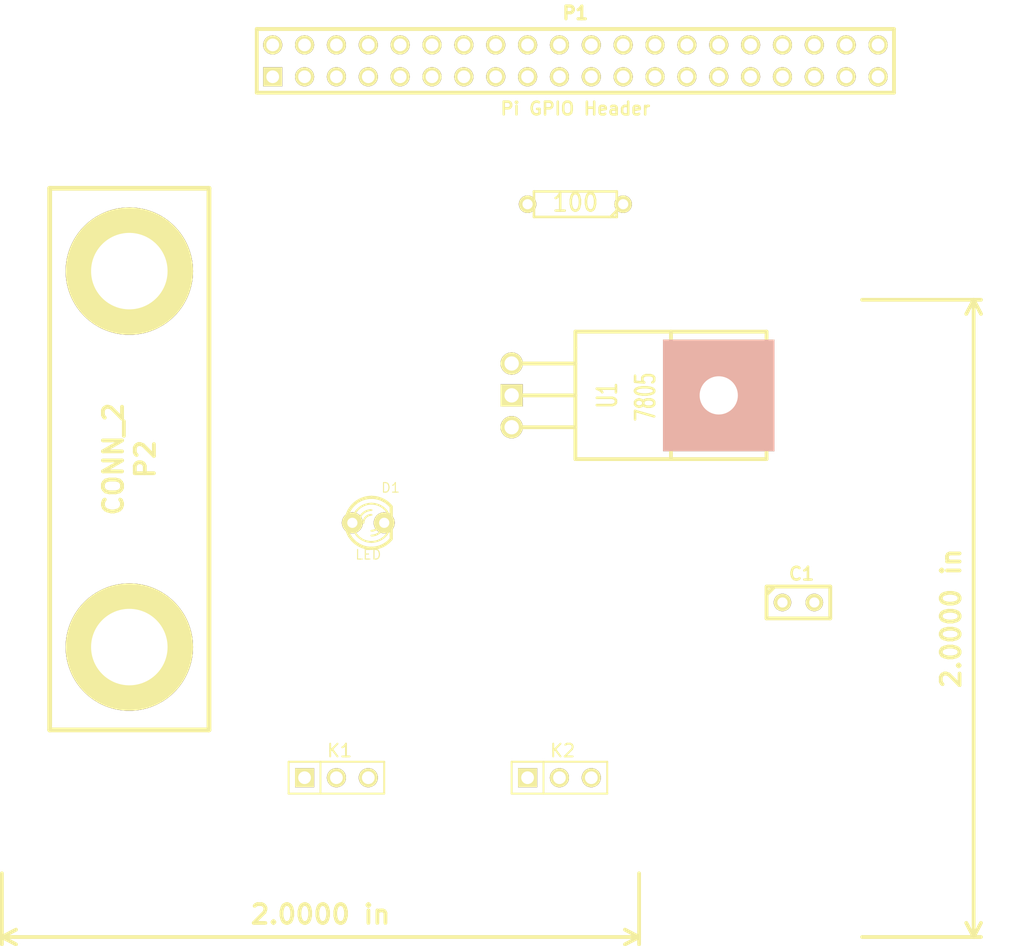
<source format=kicad_pcb>
(kicad_pcb (version 3) (host pcbnew "(2013-07-07 BZR 4022)-stable")

  (general
    (links 16)
    (no_connects 16)
    (area 27.94 66.41084 113.41 143.670001)
    (thickness 1.6)
    (drawings 2)
    (tracks 0)
    (zones 0)
    (modules 8)
    (nets 7)
  )

  (page USLetter)
  (title_block 
    (title "Robot Turtle Layout")
    (rev 0.1)
  )

  (layers
    (15 F.Cu signal)
    (0 B.Cu signal)
    (16 B.Adhes user)
    (17 F.Adhes user)
    (18 B.Paste user)
    (19 F.Paste user)
    (20 B.SilkS user)
    (21 F.SilkS user)
    (22 B.Mask user)
    (23 F.Mask user)
    (24 Dwgs.User user)
    (25 Cmts.User user)
    (26 Eco1.User user)
    (27 Eco2.User user)
    (28 Edge.Cuts user)
  )

  (setup
    (last_trace_width 0.254)
    (trace_clearance 0.254)
    (zone_clearance 0.508)
    (zone_45_only no)
    (trace_min 0.254)
    (segment_width 0.2)
    (edge_width 0.1)
    (via_size 0.889)
    (via_drill 0.635)
    (via_min_size 0.889)
    (via_min_drill 0.508)
    (uvia_size 0.508)
    (uvia_drill 0.127)
    (uvias_allowed no)
    (uvia_min_size 0.508)
    (uvia_min_drill 0.127)
    (pcb_text_width 0.3)
    (pcb_text_size 1.5 1.5)
    (mod_edge_width 0.15)
    (mod_text_size 1 1)
    (mod_text_width 0.15)
    (pad_size 1.5 1.5)
    (pad_drill 0.6)
    (pad_to_mask_clearance 0)
    (aux_axis_origin 0 0)
    (visible_elements 7FFFFFFF)
    (pcbplotparams
      (layerselection 3178497)
      (usegerberextensions true)
      (excludeedgelayer true)
      (linewidth 0.150000)
      (plotframeref false)
      (viasonmask false)
      (mode 1)
      (useauxorigin false)
      (hpglpennumber 1)
      (hpglpenspeed 20)
      (hpglpendiameter 15)
      (hpglpenoverlay 2)
      (psnegative false)
      (psa4output false)
      (plotreference true)
      (plotvalue true)
      (plotothertext true)
      (plotinvisibletext false)
      (padsonsilk false)
      (subtractmaskfromsilk false)
      (outputformat 1)
      (mirror false)
      (drillshape 1)
      (scaleselection 1)
      (outputdirectory ""))
  )

  (net 0 "")
  (net 1 +6V)
  (net 2 GND)
  (net 3 N-0000012)
  (net 4 N-0000030)
  (net 5 N-0000031)
  (net 6 N-0000034)

  (net_class Default "This is the default net class."
    (clearance 0.254)
    (trace_width 0.254)
    (via_dia 0.889)
    (via_drill 0.635)
    (uvia_dia 0.508)
    (uvia_drill 0.127)
    (add_net "")
    (add_net +6V)
    (add_net GND)
    (add_net N-0000012)
    (add_net N-0000030)
    (add_net N-0000031)
    (add_net N-0000034)
  )

  (module R3 (layer F.Cu) (tedit 4E4C0E65) (tstamp 54A6E807)
    (at 73.66 82.55 180)
    (descr "Resitance 3 pas")
    (tags R)
    (path /54A6DC96)
    (autoplace_cost180 10)
    (fp_text reference R1 (at 0 0.127 180) (layer F.SilkS) hide
      (effects (font (size 1.397 1.27) (thickness 0.2032)))
    )
    (fp_text value 100 (at 0 0.127 180) (layer F.SilkS)
      (effects (font (size 1.397 1.27) (thickness 0.2032)))
    )
    (fp_line (start -3.81 0) (end -3.302 0) (layer F.SilkS) (width 0.2032))
    (fp_line (start 3.81 0) (end 3.302 0) (layer F.SilkS) (width 0.2032))
    (fp_line (start 3.302 0) (end 3.302 -1.016) (layer F.SilkS) (width 0.2032))
    (fp_line (start 3.302 -1.016) (end -3.302 -1.016) (layer F.SilkS) (width 0.2032))
    (fp_line (start -3.302 -1.016) (end -3.302 1.016) (layer F.SilkS) (width 0.2032))
    (fp_line (start -3.302 1.016) (end 3.302 1.016) (layer F.SilkS) (width 0.2032))
    (fp_line (start 3.302 1.016) (end 3.302 0) (layer F.SilkS) (width 0.2032))
    (fp_line (start -3.302 -0.508) (end -2.794 -1.016) (layer F.SilkS) (width 0.2032))
    (pad 1 thru_hole circle (at -3.81 0 180) (size 1.397 1.397) (drill 0.8128)
      (layers *.Cu *.Mask F.SilkS)
      (net 1 +6V)
    )
    (pad 2 thru_hole circle (at 3.81 0 180) (size 1.397 1.397) (drill 0.8128)
      (layers *.Cu *.Mask F.SilkS)
      (net 4 N-0000030)
    )
    (model discret/resistor.wrl
      (at (xyz 0 0 0))
      (scale (xyz 0.3 0.3 0.3))
      (rotate (xyz 0 0 0))
    )
  )

  (module PIN_ARRAY_20X2 (layer F.Cu) (tedit 5031D84E) (tstamp 54A6E837)
    (at 73.66 71.12)
    (descr "Double rangee de contacts 2 x 12 pins")
    (tags CONN)
    (path /54A6E06A)
    (fp_text reference P1 (at 0 -3.81) (layer F.SilkS)
      (effects (font (size 1.016 1.016) (thickness 0.27432)))
    )
    (fp_text value "Pi GPIO Header" (at 0 3.81) (layer F.SilkS)
      (effects (font (size 1.016 1.016) (thickness 0.2032)))
    )
    (fp_line (start 25.4 2.54) (end -25.4 2.54) (layer F.SilkS) (width 0.3048))
    (fp_line (start 25.4 -2.54) (end -25.4 -2.54) (layer F.SilkS) (width 0.3048))
    (fp_line (start 25.4 -2.54) (end 25.4 2.54) (layer F.SilkS) (width 0.3048))
    (fp_line (start -25.4 -2.54) (end -25.4 2.54) (layer F.SilkS) (width 0.3048))
    (pad 1 thru_hole rect (at -24.13 1.27) (size 1.524 1.524) (drill 1.016)
      (layers *.Cu *.Mask F.SilkS)
      (net 6 N-0000034)
    )
    (pad 2 thru_hole circle (at -24.13 -1.27) (size 1.524 1.524) (drill 1.016)
      (layers *.Cu *.Mask F.SilkS)
      (net 6 N-0000034)
    )
    (pad 11 thru_hole circle (at -11.43 1.27) (size 1.524 1.524) (drill 1.016)
      (layers *.Cu *.Mask F.SilkS)
      (net 5 N-0000031)
    )
    (pad 4 thru_hole circle (at -21.59 -1.27) (size 1.524 1.524) (drill 1.016)
      (layers *.Cu *.Mask F.SilkS)
    )
    (pad 13 thru_hole circle (at -8.89 1.27) (size 1.524 1.524) (drill 1.016)
      (layers *.Cu *.Mask F.SilkS)
    )
    (pad 6 thru_hole circle (at -19.05 -1.27) (size 1.524 1.524) (drill 1.016)
      (layers *.Cu *.Mask F.SilkS)
    )
    (pad 15 thru_hole circle (at -6.35 1.27) (size 1.524 1.524) (drill 1.016)
      (layers *.Cu *.Mask F.SilkS)
    )
    (pad 8 thru_hole circle (at -16.51 -1.27) (size 1.524 1.524) (drill 1.016)
      (layers *.Cu *.Mask F.SilkS)
    )
    (pad 17 thru_hole circle (at -3.81 1.27) (size 1.524 1.524) (drill 1.016)
      (layers *.Cu *.Mask F.SilkS)
    )
    (pad 10 thru_hole circle (at -13.97 -1.27) (size 1.524 1.524) (drill 1.016)
      (layers *.Cu *.Mask F.SilkS)
    )
    (pad 19 thru_hole circle (at -1.27 1.27) (size 1.524 1.524) (drill 1.016)
      (layers *.Cu *.Mask F.SilkS)
    )
    (pad 12 thru_hole circle (at -11.43 -1.27) (size 1.524 1.524) (drill 1.016)
      (layers *.Cu *.Mask F.SilkS)
    )
    (pad 21 thru_hole circle (at 1.27 1.27) (size 1.524 1.524) (drill 1.016)
      (layers *.Cu *.Mask F.SilkS)
    )
    (pad 14 thru_hole circle (at -8.89 -1.27) (size 1.524 1.524) (drill 1.016)
      (layers *.Cu *.Mask F.SilkS)
    )
    (pad 23 thru_hole circle (at 3.81 1.27) (size 1.524 1.524) (drill 1.016)
      (layers *.Cu *.Mask F.SilkS)
    )
    (pad 16 thru_hole circle (at -6.35 -1.27) (size 1.524 1.524) (drill 1.016)
      (layers *.Cu *.Mask F.SilkS)
    )
    (pad 25 thru_hole circle (at 6.35 1.27) (size 1.524 1.524) (drill 1.016)
      (layers *.Cu *.Mask F.SilkS)
    )
    (pad 18 thru_hole circle (at -3.81 -1.27) (size 1.524 1.524) (drill 1.016)
      (layers *.Cu *.Mask F.SilkS)
    )
    (pad 27 thru_hole circle (at 8.89 1.27) (size 1.524 1.524) (drill 1.016)
      (layers *.Cu *.Mask F.SilkS)
    )
    (pad 20 thru_hole circle (at -1.27 -1.27) (size 1.524 1.524) (drill 1.016)
      (layers *.Cu *.Mask F.SilkS)
    )
    (pad 29 thru_hole circle (at 11.43 1.27) (size 1.524 1.524) (drill 1.016)
      (layers *.Cu *.Mask F.SilkS)
    )
    (pad 22 thru_hole circle (at 1.27 -1.27) (size 1.524 1.524) (drill 1.016)
      (layers *.Cu *.Mask F.SilkS)
    )
    (pad 31 thru_hole circle (at 13.97 1.27) (size 1.524 1.524) (drill 1.016)
      (layers *.Cu *.Mask F.SilkS)
    )
    (pad 24 thru_hole circle (at 3.81 -1.27) (size 1.524 1.524) (drill 1.016)
      (layers *.Cu *.Mask F.SilkS)
    )
    (pad 26 thru_hole circle (at 6.35 -1.27) (size 1.524 1.524) (drill 1.016)
      (layers *.Cu *.Mask F.SilkS)
    )
    (pad 33 thru_hole circle (at 16.51 1.27) (size 1.524 1.524) (drill 1.016)
      (layers *.Cu *.Mask F.SilkS)
    )
    (pad 28 thru_hole circle (at 8.89 -1.27) (size 1.524 1.524) (drill 1.016)
      (layers *.Cu *.Mask F.SilkS)
    )
    (pad 32 thru_hole circle (at 13.97 -1.27) (size 1.524 1.524) (drill 1.016)
      (layers *.Cu *.Mask F.SilkS)
    )
    (pad 34 thru_hole circle (at 16.51 -1.27) (size 1.524 1.524) (drill 1.016)
      (layers *.Cu *.Mask F.SilkS)
    )
    (pad 36 thru_hole circle (at 19.05 -1.27) (size 1.524 1.524) (drill 1.016)
      (layers *.Cu *.Mask F.SilkS)
    )
    (pad 38 thru_hole circle (at 21.59 -1.27) (size 1.524 1.524) (drill 1.016)
      (layers *.Cu *.Mask F.SilkS)
    )
    (pad 35 thru_hole circle (at 19.05 1.27) (size 1.524 1.524) (drill 1.016)
      (layers *.Cu *.Mask F.SilkS)
    )
    (pad 37 thru_hole circle (at 21.59 1.27) (size 1.524 1.524) (drill 1.016)
      (layers *.Cu *.Mask F.SilkS)
    )
    (pad 3 thru_hole circle (at -21.59 1.27) (size 1.524 1.524) (drill 1.016)
      (layers *.Cu *.Mask F.SilkS)
    )
    (pad 5 thru_hole circle (at -19.05 1.27) (size 1.524 1.524) (drill 1.016)
      (layers *.Cu *.Mask F.SilkS)
    )
    (pad 7 thru_hole circle (at -16.51 1.27) (size 1.524 1.524) (drill 1.016)
      (layers *.Cu *.Mask F.SilkS)
      (net 3 N-0000012)
    )
    (pad 9 thru_hole circle (at -13.97 1.27) (size 1.524 1.524) (drill 1.016)
      (layers *.Cu *.Mask F.SilkS)
      (net 2 GND)
    )
    (pad 39 thru_hole circle (at 24.13 1.27) (size 1.524 1.524) (drill 1.016)
      (layers *.Cu *.Mask F.SilkS)
    )
    (pad 40 thru_hole circle (at 24.13 -1.27) (size 1.524 1.524) (drill 1.016)
      (layers *.Cu *.Mask F.SilkS)
    )
    (pad 30 thru_hole circle (at 11.43 -1.27) (size 1.524 1.524) (drill 1.016)
      (layers *.Cu *.Mask F.SilkS)
    )
    (model pin_array/pins_array_20x2.wrl
      (at (xyz 0 0 0))
      (scale (xyz 1 1 1))
      (rotate (xyz 0 0 0))
    )
  )

  (module LM78XX (layer F.Cu) (tedit 200000) (tstamp 54A6E849)
    (at 68.58 97.79)
    (descr "Regulateur TO220 serie LM78xx")
    (tags "TR TO220")
    (path /54A6D8F3)
    (fp_text reference U1 (at 7.62 0 90) (layer F.SilkS)
      (effects (font (size 1.524 1.016) (thickness 0.2032)))
    )
    (fp_text value 7805 (at 10.668 0.127 90) (layer F.SilkS)
      (effects (font (size 1.524 1.016) (thickness 0.2032)))
    )
    (fp_line (start 0 -2.54) (end 5.08 -2.54) (layer F.SilkS) (width 0.3048))
    (fp_line (start 0 0) (end 5.08 0) (layer F.SilkS) (width 0.3048))
    (fp_line (start 0 2.54) (end 5.08 2.54) (layer F.SilkS) (width 0.3048))
    (fp_line (start 5.08 -3.81) (end 5.08 5.08) (layer F.SilkS) (width 0.3048))
    (fp_line (start 5.08 5.08) (end 20.32 5.08) (layer F.SilkS) (width 0.3048))
    (fp_line (start 20.32 5.08) (end 20.32 -5.08) (layer F.SilkS) (width 0.3048))
    (fp_line (start 5.08 -3.81) (end 5.08 -5.08) (layer F.SilkS) (width 0.3048))
    (fp_line (start 12.7 3.81) (end 12.7 -5.08) (layer F.SilkS) (width 0.3048))
    (fp_line (start 12.7 3.81) (end 12.7 5.08) (layer F.SilkS) (width 0.3048))
    (fp_line (start 5.08 -5.08) (end 20.32 -5.08) (layer F.SilkS) (width 0.3048))
    (pad 4 thru_hole rect (at 16.51 0) (size 8.89 8.89) (drill 3.048)
      (layers *.Cu *.SilkS *.Mask)
    )
    (pad VI thru_hole circle (at 0 -2.54) (size 1.778 1.778) (drill 1.143)
      (layers *.Cu *.Mask F.SilkS)
      (net 1 +6V)
    )
    (pad GND thru_hole rect (at 0 0) (size 1.778 1.778) (drill 1.143)
      (layers *.Cu *.Mask F.SilkS)
      (net 2 GND)
    )
    (pad VO thru_hole circle (at 0 2.54) (size 1.778 1.778) (drill 1.143)
      (layers *.Cu *.Mask F.SilkS)
      (net 6 N-0000034)
    )
    (model discret/to220_horiz.wrl
      (at (xyz 0 0 0))
      (scale (xyz 1 1 1))
      (rotate (xyz 0 0 0))
    )
  )

  (module LED-3MM (layer F.Cu) (tedit 50ADE848) (tstamp 54A6E862)
    (at 57.15 107.95)
    (descr "LED 3mm - Lead pitch 100mil (2,54mm)")
    (tags "LED led 3mm 3MM 100mil 2,54mm")
    (path /54A6DE7D)
    (fp_text reference D1 (at 1.778 -2.794) (layer F.SilkS)
      (effects (font (size 0.762 0.762) (thickness 0.0889)))
    )
    (fp_text value LED (at 0 2.54) (layer F.SilkS)
      (effects (font (size 0.762 0.762) (thickness 0.0889)))
    )
    (fp_line (start 1.8288 1.27) (end 1.8288 -1.27) (layer F.SilkS) (width 0.254))
    (fp_arc (start 0.254 0) (end -1.27 0) (angle 39.8) (layer F.SilkS) (width 0.1524))
    (fp_arc (start 0.254 0) (end -0.88392 1.01092) (angle 41.6) (layer F.SilkS) (width 0.1524))
    (fp_arc (start 0.254 0) (end 1.4097 -0.9906) (angle 40.6) (layer F.SilkS) (width 0.1524))
    (fp_arc (start 0.254 0) (end 1.778 0) (angle 39.8) (layer F.SilkS) (width 0.1524))
    (fp_arc (start 0.254 0) (end 0.254 -1.524) (angle 54.4) (layer F.SilkS) (width 0.1524))
    (fp_arc (start 0.254 0) (end -0.9652 -0.9144) (angle 53.1) (layer F.SilkS) (width 0.1524))
    (fp_arc (start 0.254 0) (end 1.45542 0.93472) (angle 52.1) (layer F.SilkS) (width 0.1524))
    (fp_arc (start 0.254 0) (end 0.254 1.524) (angle 52.1) (layer F.SilkS) (width 0.1524))
    (fp_arc (start 0.254 0) (end -0.381 0) (angle 90) (layer F.SilkS) (width 0.1524))
    (fp_arc (start 0.254 0) (end -0.762 0) (angle 90) (layer F.SilkS) (width 0.1524))
    (fp_arc (start 0.254 0) (end 0.889 0) (angle 90) (layer F.SilkS) (width 0.1524))
    (fp_arc (start 0.254 0) (end 1.27 0) (angle 90) (layer F.SilkS) (width 0.1524))
    (fp_arc (start 0.254 0) (end 0.254 -2.032) (angle 50.1) (layer F.SilkS) (width 0.254))
    (fp_arc (start 0.254 0) (end -1.5367 -0.95504) (angle 61.9) (layer F.SilkS) (width 0.254))
    (fp_arc (start 0.254 0) (end 1.8034 1.31064) (angle 49.7) (layer F.SilkS) (width 0.254))
    (fp_arc (start 0.254 0) (end 0.254 2.032) (angle 60.2) (layer F.SilkS) (width 0.254))
    (fp_arc (start 0.254 0) (end -1.778 0) (angle 28.3) (layer F.SilkS) (width 0.254))
    (fp_arc (start 0.254 0) (end -1.47574 1.06426) (angle 31.6) (layer F.SilkS) (width 0.254))
    (pad 1 thru_hole circle (at -1.27 0) (size 1.6764 1.6764) (drill 0.8128)
      (layers *.Cu *.Mask F.SilkS)
      (net 4 N-0000030)
    )
    (pad 2 thru_hole circle (at 1.27 0) (size 1.6764 1.6764) (drill 0.8128)
      (layers *.Cu *.Mask F.SilkS)
      (net 2 GND)
    )
    (model discret/leds/led3_vertical_verde.wrl
      (at (xyz 0 0 0))
      (scale (xyz 1 1 1))
      (rotate (xyz 0 0 0))
    )
  )

  (module C1 (layer F.Cu) (tedit 3F92C496) (tstamp 54A6E86D)
    (at 91.44 114.3)
    (descr "Condensateur e = 1 pas")
    (tags C)
    (path /54A6DFA4)
    (fp_text reference C1 (at 0.254 -2.286) (layer F.SilkS)
      (effects (font (size 1.016 1.016) (thickness 0.2032)))
    )
    (fp_text value "100 uF" (at 0 -2.286) (layer F.SilkS) hide
      (effects (font (size 1.016 1.016) (thickness 0.2032)))
    )
    (fp_line (start -2.4892 -1.27) (end 2.54 -1.27) (layer F.SilkS) (width 0.3048))
    (fp_line (start 2.54 -1.27) (end 2.54 1.27) (layer F.SilkS) (width 0.3048))
    (fp_line (start 2.54 1.27) (end -2.54 1.27) (layer F.SilkS) (width 0.3048))
    (fp_line (start -2.54 1.27) (end -2.54 -1.27) (layer F.SilkS) (width 0.3048))
    (fp_line (start -2.54 -0.635) (end -1.905 -1.27) (layer F.SilkS) (width 0.3048))
    (pad 1 thru_hole circle (at -1.27 0) (size 1.397 1.397) (drill 0.8128)
      (layers *.Cu *.Mask F.SilkS)
      (net 1 +6V)
    )
    (pad 2 thru_hole circle (at 1.27 0) (size 1.397 1.397) (drill 0.8128)
      (layers *.Cu *.Mask F.SilkS)
      (net 2 GND)
    )
    (model discret/capa_1_pas.wrl
      (at (xyz 0 0 0))
      (scale (xyz 1 1 1))
      (rotate (xyz 0 0 0))
    )
  )

  (module PIN_ARRAY_3X1 (layer F.Cu) (tedit 4C1130E0) (tstamp 54A6E878)
    (at 54.61 128.27)
    (descr "Connecteur 3 pins")
    (tags "CONN DEV")
    (path /54A6E166)
    (fp_text reference K1 (at 0.254 -2.159) (layer F.SilkS)
      (effects (font (size 1.016 1.016) (thickness 0.1524)))
    )
    (fp_text value "Left Servo" (at 0 -2.159) (layer F.SilkS) hide
      (effects (font (size 1.016 1.016) (thickness 0.1524)))
    )
    (fp_line (start -3.81 1.27) (end -3.81 -1.27) (layer F.SilkS) (width 0.1524))
    (fp_line (start -3.81 -1.27) (end 3.81 -1.27) (layer F.SilkS) (width 0.1524))
    (fp_line (start 3.81 -1.27) (end 3.81 1.27) (layer F.SilkS) (width 0.1524))
    (fp_line (start 3.81 1.27) (end -3.81 1.27) (layer F.SilkS) (width 0.1524))
    (fp_line (start -1.27 -1.27) (end -1.27 1.27) (layer F.SilkS) (width 0.1524))
    (pad 1 thru_hole rect (at -2.54 0) (size 1.524 1.524) (drill 1.016)
      (layers *.Cu *.Mask F.SilkS)
      (net 3 N-0000012)
    )
    (pad 2 thru_hole circle (at 0 0) (size 1.524 1.524) (drill 1.016)
      (layers *.Cu *.Mask F.SilkS)
      (net 1 +6V)
    )
    (pad 3 thru_hole circle (at 2.54 0) (size 1.524 1.524) (drill 1.016)
      (layers *.Cu *.Mask F.SilkS)
      (net 2 GND)
    )
    (model pin_array/pins_array_3x1.wrl
      (at (xyz 0 0 0))
      (scale (xyz 1 1 1))
      (rotate (xyz 0 0 0))
    )
  )

  (module PIN_ARRAY_3X1 (layer F.Cu) (tedit 4C1130E0) (tstamp 54A6E883)
    (at 72.39 128.27)
    (descr "Connecteur 3 pins")
    (tags "CONN DEV")
    (path /54A6E177)
    (fp_text reference K2 (at 0.254 -2.159) (layer F.SilkS)
      (effects (font (size 1.016 1.016) (thickness 0.1524)))
    )
    (fp_text value "Right Servo" (at 0 -2.159) (layer F.SilkS) hide
      (effects (font (size 1.016 1.016) (thickness 0.1524)))
    )
    (fp_line (start -3.81 1.27) (end -3.81 -1.27) (layer F.SilkS) (width 0.1524))
    (fp_line (start -3.81 -1.27) (end 3.81 -1.27) (layer F.SilkS) (width 0.1524))
    (fp_line (start 3.81 -1.27) (end 3.81 1.27) (layer F.SilkS) (width 0.1524))
    (fp_line (start 3.81 1.27) (end -3.81 1.27) (layer F.SilkS) (width 0.1524))
    (fp_line (start -1.27 -1.27) (end -1.27 1.27) (layer F.SilkS) (width 0.1524))
    (pad 1 thru_hole rect (at -2.54 0) (size 1.524 1.524) (drill 1.016)
      (layers *.Cu *.Mask F.SilkS)
      (net 5 N-0000031)
    )
    (pad 2 thru_hole circle (at 0 0) (size 1.524 1.524) (drill 1.016)
      (layers *.Cu *.Mask F.SilkS)
      (net 1 +6V)
    )
    (pad 3 thru_hole circle (at 2.54 0) (size 1.524 1.524) (drill 1.016)
      (layers *.Cu *.Mask F.SilkS)
      (net 2 GND)
    )
    (model pin_array/pins_array_3x1.wrl
      (at (xyz 0 0 0))
      (scale (xyz 1 1 1))
      (rotate (xyz 0 0 0))
    )
  )

  (module 2PIN_6mm (layer F.Cu) (tedit 200000) (tstamp 54A6EF4F)
    (at 38.1 102.87 90)
    (descr "module 2 pin (trou 6 mm)")
    (tags DEV)
    (path /54A6EE84)
    (fp_text reference P2 (at 0 1.27 90) (layer F.SilkS)
      (effects (font (size 1.524 1.524) (thickness 0.3048)))
    )
    (fp_text value CONN_2 (at 0 -1.27 90) (layer F.SilkS)
      (effects (font (size 1.524 1.524) (thickness 0.3048)))
    )
    (fp_line (start -21.59 -6.35) (end 21.59 -6.35) (layer F.SilkS) (width 0.381))
    (fp_line (start 21.59 -6.35) (end 21.59 6.35) (layer F.SilkS) (width 0.381))
    (fp_line (start 21.59 6.35) (end -21.59 6.35) (layer F.SilkS) (width 0.381))
    (fp_line (start -21.59 6.35) (end -21.59 -6.35) (layer F.SilkS) (width 0.381))
    (pad 1 thru_hole circle (at -14.986 0 90) (size 10.16 10.16) (drill 6.096)
      (layers *.Cu *.Mask F.SilkS)
      (net 2 GND)
    )
    (pad 2 thru_hole circle (at 14.986 0 90) (size 10.16 10.16) (drill 6.096)
      (layers *.Cu *.Mask F.SilkS)
      (net 1 +6V)
    )
    (model "device/douille_4mm(red).wrl"
      (at (xyz -0.59 0 0))
      (scale (xyz 1.8 1.8 1.8))
      (rotate (xyz 0 0 0))
    )
    (model "device/douille_4mm(red).wrl"
      (at (xyz 0.59 0 0))
      (scale (xyz 1.8 1.8 1.8))
      (rotate (xyz 0 0 0))
    )
  )

  (dimension 50.8 (width 0.3) (layer F.SilkS)
    (gr_text "50.800 mm" (at 106.76 115.57 90) (layer F.SilkS)
      (effects (font (size 1.5 1.5) (thickness 0.3)))
    )
    (feature1 (pts (xy 96.52 90.17) (xy 108.11 90.17)))
    (feature2 (pts (xy 96.52 140.97) (xy 108.11 140.97)))
    (crossbar (pts (xy 105.41 140.97) (xy 105.41 90.17)))
    (arrow1a (pts (xy 105.41 90.17) (xy 105.99642 91.296503)))
    (arrow1b (pts (xy 105.41 90.17) (xy 104.82358 91.296503)))
    (arrow2a (pts (xy 105.41 140.97) (xy 105.99642 139.843497)))
    (arrow2b (pts (xy 105.41 140.97) (xy 104.82358 139.843497)))
  )
  (dimension 50.8 (width 0.3) (layer F.SilkS)
    (gr_text "50.800 mm" (at 53.34 142.32) (layer F.SilkS)
      (effects (font (size 1.5 1.5) (thickness 0.3)))
    )
    (feature1 (pts (xy 78.74 135.89) (xy 78.74 143.67)))
    (feature2 (pts (xy 27.94 135.89) (xy 27.94 143.67)))
    (crossbar (pts (xy 27.94 140.97) (xy 78.74 140.97)))
    (arrow1a (pts (xy 78.74 140.97) (xy 77.613497 141.55642)))
    (arrow1b (pts (xy 78.74 140.97) (xy 77.613497 140.38358)))
    (arrow2a (pts (xy 27.94 140.97) (xy 29.066503 141.55642)))
    (arrow2b (pts (xy 27.94 140.97) (xy 29.066503 140.38358)))
  )

)

</source>
